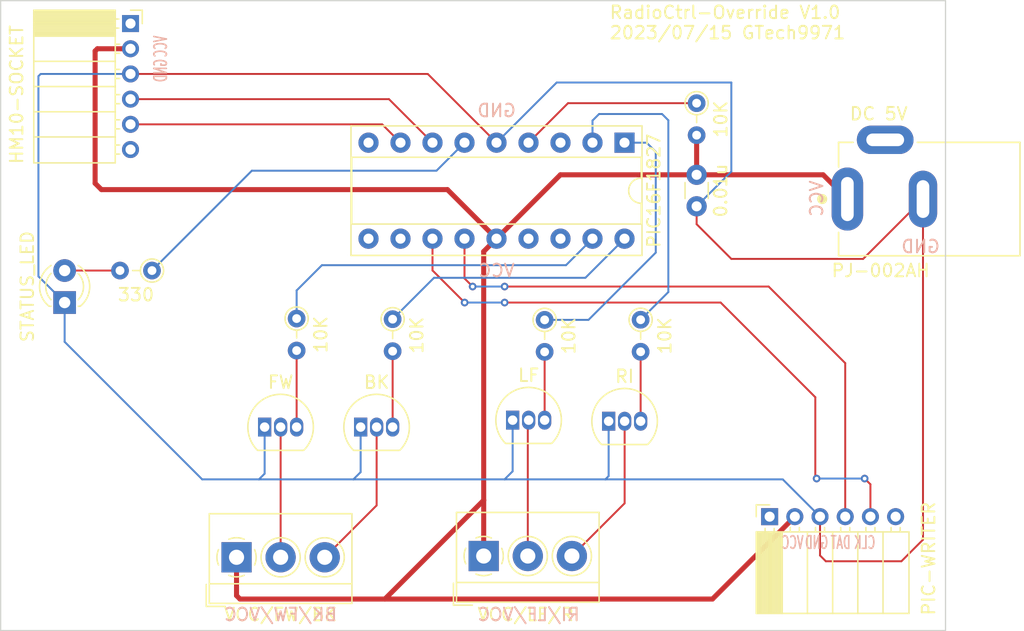
<source format=kicad_pcb>
(kicad_pcb (version 20211014) (generator pcbnew)
  (layers (0 "F.Cu" signal) (31 "B.Cu" signal) (34 "B.Paste" user) (35 "F.Paste" user) (36 "B.SilkS" user "B.Silkscreen") (37 "F.SilkS" user "F.Silkscreen") (38 "B.Mask" user) (39 "F.Mask" user) (44 "Edge.Cuts" user))
  (net 0 "")
  (net 1 "GND")
  (net 2 "VCC")
  (net 3 "Net-(D1-Pad2)")
  (net 4 "FW_GND")
  (net 5 "BK_GND")
  (net 6 "LF_GND")
  (net 7 "RI_GND")
  (net 10 "HM10_TX")
  (net 11 "HM10_RX")
  (net 14 "ICSPDAT")
  (net 15 "ICSPCLK")
  (net 17 "Net-(Q1-Pad3)")
  (net 18 "Net-(Q2-Pad3)")
  (net 19 "Net-(Q3-Pad3)")
  (net 20 "Net-(Q4-Pad3)")
  (net 21 "Net-(R1-Pad1)")
  (net 22 "FW_IN")
  (net 23 "LED_STATUS")
  (net 24 "BK_IN")
  (net 25 "LF_IN")
  (net 26 "RI_IN")
  (footprint "Resistor_THT:R_Axial_DIN0204_L3.6mm_D1.6mm_P2.54mm_Vertical" (layer "F.Cu") (at 185.245 88.14 -90)
    (fp_text reference "10K" (at 1.27 -1.92 90) (layer "F.SilkS"))
    (fp_text value "10K")
    (fp_line (start 0.92 0) (end 1.54 0) (layer "F.SilkS") (width 0.12))
    (fp_circle (center 0 0) (end 0.92 0) (layer "F.SilkS") (width 0.12) (fill none))
    (pad "1" thru_hole circle (at 0 0 270) (size 1.4 1.4) (drill 0.7) (layers *.Cu *.Mask) (net 21 "Net-(R1-Pad1)"))
    (pad "2" thru_hole oval (at 2.54 0 270) (size 1.4 1.4) (drill 0.7) (layers *.Cu *.Mask) (net 2 "VCC"))
  )
  (footprint "TerminalBlock_4Ucon:TerminalBlock_4Ucon_1x03_P3.50mm_Horizontal" (layer "F.Cu") (at 148.725 124.185)
    (fp_text reference "VCC/FW/BK" (at 3.5 4.545) (layer "F.SilkS"))
    (fp_text value "FW/BK/CON")
    (fp_line (start -2.4 3.9) (end -0.9 3.9) (layer "F.SilkS") (width 0.12))
    (fp_line (start -2.16 3.66) (end 9.16 3.66) (layer "F.SilkS") (width 0.12))
    (fp_line (start -2.16 -3.46) (end 9.16 -3.46) (layer "F.SilkS") (width 0.12))
    (fp_line (start -2.4 2.16) (end -2.4 3.9) (layer "F.SilkS") (width 0.12))
    (fp_line (start -2.16 2.1) (end 9.16 2.1) (layer "F.SilkS") (width 0.12))
    (fp_line (start -2.16 -3.46) (end -2.16 3.66) (layer "F.SilkS") (width 0.12))
    (fp_line (start 9.16 -3.46) (end 9.16 3.66) (layer "F.SilkS") (width 0.12))
    (fp_arc (start 0.027011 1.555493) (mid -0.296984 1.527118) (end -0.608 1.432) (layer "F.SilkS") (width 0.12))
    (fp_arc (start 1.432109 -0.607742) (mid 1.555727 0.00014) (end 1.432 0.608) (layer "F.SilkS") (width 0.12))
    (fp_arc (start -0.607742 -1.432109) (mid 0.00014 -1.555727) (end 0.608 -1.432) (layer "F.SilkS") (width 0.12))
    (fp_arc (start 0.607587 1.431385) (mid 0.310017 1.523783) (end 0 1.555) (layer "F.SilkS") (width 0.12))
    (fp_arc (start -1.432109 0.607742) (mid -1.555727 -0.00014) (end -1.432 -0.608) (layer "F.SilkS") (width 0.12))
    (fp_circle (center 7 0) (end 8.555 0) (layer "F.SilkS") (width 0.12) (fill none))
    (fp_circle (center 3.5 0) (end 5.055 0) (layer "F.SilkS") (width 0.12) (fill none))
    (pad "1" thru_hole rect (at 0 0) (size 2.4 2.4) (drill 1.2) (layers *.Cu *.Mask) (net 2 "VCC"))
    (pad "2" thru_hole circle (at 3.5 0) (size 2.4 2.4) (drill 1.2) (layers *.Cu *.Mask) (net 4 "FW_GND"))
    (pad "3" thru_hole circle (at 7 0) (size 2.4 2.4) (drill 1.2) (layers *.Cu *.Mask) (net 5 "BK_GND"))
  )
  (footprint "Resistor_THT:R_Axial_DIN0204_L3.6mm_D1.6mm_P2.54mm_Vertical" (layer "F.Cu") (at 142.015 101.425 180)
    (fp_text reference "330" (at 1.27 -1.92) (layer "F.SilkS"))
    (fp_text value "330")
    (fp_line (start 0.92 0) (end 1.54 0) (layer "F.SilkS") (width 0.12))
    (fp_circle (center 0 0) (end 0.92 0) (layer "F.SilkS") (width 0.12) (fill none))
    (pad "1" thru_hole circle (at 0 0 180) (size 1.4 1.4) (drill 0.7) (layers *.Cu *.Mask) (net 23 "LED_STATUS"))
    (pad "2" thru_hole oval (at 2.54 0 180) (size 1.4 1.4) (drill 0.7) (layers *.Cu *.Mask) (net 3 "Net-(D1-Pad2)"))
  )
  (footprint "Resistor_THT:R_Axial_DIN0204_L3.6mm_D1.6mm_P2.54mm_Vertical" (layer "F.Cu") (at 173.18 105.34 -90)
    (fp_text reference "10K" (at 1.27 -1.92 90) (layer "F.SilkS"))
    (fp_text value "10K")
    (fp_line (start 0.92 0) (end 1.54 0) (layer "F.SilkS") (width 0.12))
    (fp_circle (center 0 0) (end 0.92 0) (layer "F.SilkS") (width 0.12) (fill none))
    (pad "1" thru_hole circle (at 0 0 270) (size 1.4 1.4) (drill 0.7) (layers *.Cu *.Mask) (net 25 "LF_IN"))
    (pad "2" thru_hole oval (at 2.54 0 270) (size 1.4 1.4) (drill 0.7) (layers *.Cu *.Mask) (net 19 "Net-(Q3-Pad3)"))
  )
  (footprint "Connector_PinSocket_2.00mm:PinSocket_1x06_P2.00mm_Horizontal" (layer "F.Cu") (at 140.31 81.82)
    (fp_text reference "HM10-SOCKET" (at -9.04 5.635 90) (layer "F.SilkS"))
    (fp_text value "HM10")
    (fp_line (start -7.68 1) (end -1.21 1) (layer "F.SilkS") (width 0.12))
    (fp_line (start -1.21 2.36) (end -0.862917 2.36) (layer "F.SilkS") (width 0.12))
    (fp_line (start -7.68 11.06) (end -1.21 11.06) (layer "F.SilkS") (width 0.12))
    (fp_line (start -7.68 0.77177) (end -1.21 0.77177) (layer "F.SilkS") (width 0.12))
    (fp_line (start -7.68 0.429416) (end -1.21 0.429416) (layer "F.SilkS") (width 0.12))
    (fp_line (start -7.68 -1.06) (end -1.21 -1.06) (layer "F.SilkS") (width 0.12))
    (fp_line (start -7.68 5) (end -1.21 5) (layer "F.SilkS") (width 0.12))
    (fp_line (start -7.68 0.087062) (end -1.21 0.087062) (layer "F.SilkS") (width 0.12))
    (fp_line (start -7.68 -0.36941) (end -1.21 -0.36941) (layer "F.SilkS") (width 0.12))
    (fp_line (start 0 -1.06) (end 0.935 -1.06) (layer "F.SilkS") (width 0.12))
    (fp_line (start -7.68 -0.141174) (end -1.21 -0.141174) (layer "F.SilkS") (width 0.12))
    (fp_line (start -1.21 -1.06) (end -1.21 11.06) (layer "F.SilkS") (width 0.12))
    (fp_line (start -1.21 4.36) (end -0.862917 4.36) (layer "F.SilkS") (width 0.12))
    (fp_line (start -1.21 -0.36) (end -0.935 -0.36) (layer "F.SilkS") (width 0.12))
    (fp_line (start -7.68 -1.06) (end -7.68 11.06) (layer "F.SilkS") (width 0.12))
    (fp_line (start -1.21 8.36) (end -0.862917 8.36) (layer "F.SilkS") (width 0.12))
    (fp_line (start 0.935 -1.06) (end 0.935 0) (layer "F.SilkS") (width 0.12))
    (fp_line (start -7.68 0.20118) (end -1.21 0.20118) (layer "F.SilkS") (width 0.12))
    (fp_line (start -1.21 6.36) (end -0.862917 6.36) (layer "F.SilkS") (width 0.12))
    (fp_line (start -7.68 -0.825882) (end -1.21 -0.825882) (layer "F.SilkS") (width 0.12))
    (fp_line (start -7.68 -0.255292) (end -1.21 -0.255292) (layer "F.SilkS") (width 0.12))
    (fp_line (start -7.68 0.315298) (end -1.21 0.315298) (layer "F.SilkS") (width 0.12))
    (fp_line (start -7.68 0.543534) (end -1.21 0.543534) (layer "F.SilkS") (width 0.12))
    (fp_line (start -7.68 -0.483528) (end -1.21 -0.483528) (layer "F.SilkS") (width 0.12))
    (fp_line (start -7.68 0.657652) (end -1.21 0.657652) (layer "F.SilkS") (width 0.12))
    (fp_line (start -7.68 7) (end -1.21 7) (layer "F.SilkS") (width 0.12))
    (fp_line (start -7.68 -0.94) (end -1.21 -0.94) (layer "F.SilkS") (width 0.12))
    (fp_line (start -1.21 9.64) (end -0.862917 9.64) (layer "F.SilkS") (width 0.12))
    (fp_line (start -7.68 -0.027056) (end -1.21 -0.027056) (layer "F.SilkS") (width 0.12))
    (fp_line (start -7.68 -0.597646) (end -1.21 -0.597646) (layer "F.SilkS") (width 0.12))
    (fp_line (start -7.68 -0.711764) (end -1.21 -0.711764) (layer "F.SilkS") (width 0.12))
    (fp_line (start -1.21 10.36) (end -0.862917 10.36) (layer "F.SilkS") (width 0.12))
    (fp_line (start -7.68 0.885888) (end -1.21 0.885888) (layer "F.SilkS") (width 0.12))
    (fp_line (start -7.68 3) (end -1.21 3) (layer "F.SilkS") (width 0.12))
    (fp_line (start -1.21 3.64) (end -0.862917 3.64) (layer "F.SilkS") (width 0.12))
    (fp_line (start -1.21 0.36) (end -0.935 0.36) (layer "F.SilkS") (width 0.12))
    (fp_line (start -1.21 1.64) (end -0.862917 1.64) (layer "F.SilkS") (width 0.12))
    (fp_line (start -1.21 5.64) (end -0.862917 5.64) (layer "F.SilkS") (width 0.12))
    (fp_line (start -1.21 7.64) (end -0.862917 7.64) (layer "F.SilkS") (width 0.12))
    (fp_line (start -7.68 9) (end -1.21 9) (layer "F.SilkS") (width 0.12))
    (pad "1" thru_hole rect (at 0 0) (size 1.35 1.35) (drill 0.8) (layers *.Cu *.Mask))
    (pad "2" thru_hole oval (at 0 2) (size 1.35 1.35) (drill 0.8) (layers *.Cu *.Mask) (net 2 "VCC"))
    (pad "3" thru_hole oval (at 0 4) (size 1.35 1.35) (drill 0.8) (layers *.Cu *.Mask) (net 1 "GND"))
    (pad "4" thru_hole oval (at 0 6) (size 1.35 1.35) (drill 0.8) (layers *.Cu *.Mask) (net 10 "HM10_TX"))
    (pad "5" thru_hole oval (at 0 8) (size 1.35 1.35) (drill 0.8) (layers *.Cu *.Mask) (net 11 "HM10_RX"))
    (pad "6" thru_hole oval (at 0 10) (size 1.35 1.35) (drill 0.8) (layers *.Cu *.Mask))
  )
  (footprint "Resistor_THT:R_Axial_DIN0204_L3.6mm_D1.6mm_P2.54mm_Vertical" (layer "F.Cu") (at 161.115 105.285 -90)
    (fp_text reference "10K" (at 1.27 -1.92 90) (layer "F.SilkS"))
    (fp_text value "10K")
    (fp_line (start 0.92 0) (end 1.54 0) (layer "F.SilkS") (width 0.12))
    (fp_circle (center 0 0) (end 0.92 0) (layer "F.SilkS") (width 0.12) (fill none))
    (pad "1" thru_hole circle (at 0 0 270) (size 1.4 1.4) (drill 0.7) (layers *.Cu *.Mask) (net 24 "BK_IN"))
    (pad "2" thru_hole oval (at 2.54 0 270) (size 1.4 1.4) (drill 0.7) (layers *.Cu *.Mask) (net 18 "Net-(Q2-Pad3)"))
  )
  (footprint "Resistor_THT:R_Axial_DIN0204_L3.6mm_D1.6mm_P2.54mm_Vertical" (layer "F.Cu") (at 153.495 105.235 -90)
    (fp_text reference "10K" (at 1.27 -1.92 90) (layer "F.SilkS"))
    (fp_text value "10K")
    (fp_line (start 0.92 0) (end 1.54 0) (layer "F.SilkS") (width 0.12))
    (fp_circle (center 0 0) (end 0.92 0) (layer "F.SilkS") (width 0.12) (fill none))
    (pad "1" thru_hole circle (at 0 0 270) (size 1.4 1.4) (drill 0.7) (layers *.Cu *.Mask) (net 22 "FW_IN"))
    (pad "2" thru_hole oval (at 2.54 0 270) (size 1.4 1.4) (drill 0.7) (layers *.Cu *.Mask) (net 17 "Net-(Q1-Pad3)"))
  )
  (footprint "Package_DIP:DIP-18_W7.62mm_Socket" (layer "F.Cu") (at 179.52 91.275 -90)
    (fp_text reference "PIC16F1827" (at 3.81 -2.33 90) (layer "F.SilkS"))
    (fp_text value "PIC16F1827-E/P")
    (fp_line (start 1.16 21.65) (end 6.46 21.65) (layer "F.SilkS") (width 0.12))
    (fp_line (start -1.33 -1.39) (end -1.33 21.71) (layer "F.SilkS") (width 0.12))
    (fp_line (start 8.95 21.71) (end 8.95 -1.39) (layer "F.SilkS") (width 0.12))
    (fp_line (start 6.46 21.65) (end 6.46 -1.33) (layer "F.SilkS") (width 0.12))
    (fp_line (start 1.16 -1.33) (end 1.16 21.65) (layer "F.SilkS") (width 0.12))
    (fp_line (start 2.81 -1.33) (end 1.16 -1.33) (layer "F.SilkS") (width 0.12))
    (fp_line (start 8.95 -1.39) (end -1.33 -1.39) (layer "F.SilkS") (width 0.12))
    (fp_line (start 6.46 -1.33) (end 4.81 -1.33) (layer "F.SilkS") (width 0.12))
    (fp_line (start -1.33 21.71) (end 8.95 21.71) (layer "F.SilkS") (width 0.12))
    (fp_arc (start 4.81 -1.33) (mid 3.81 -0.33) (end 2.81 -1.33) (layer "F.SilkS") (width 0.12))
    (pad "1" thru_hole rect (at 0 0 270) (size 1.6 1.6) (drill 0.8) (layers *.Cu *.Mask) (net 25 "LF_IN"))
    (pad "2" thru_hole oval (at 0 2.54 270) (size 1.6 1.6) (drill 0.8) (layers *.Cu *.Mask) (net 26 "RI_IN"))
    (pad "3" thru_hole oval (at 0 5.08 270) (size 1.6 1.6) (drill 0.8) (layers *.Cu *.Mask))
    (pad "4" thru_hole oval (at 0 7.62 270) (size 1.6 1.6) (drill 0.8) (layers *.Cu *.Mask) (net 21 "Net-(R1-Pad1)"))
    (pad "5" thru_hole oval (at 0 10.16 270) (size 1.6 1.6) (drill 0.8) (layers *.Cu *.Mask) (net 1 "GND"))
    (pad "6" thru_hole oval (at 0 12.7 270) (size 1.6 1.6) (drill 0.8) (layers *.Cu *.Mask) (net 23 "LED_STATUS"))
    (pad "7" thru_hole oval (at 0 15.24 270) (size 1.6 1.6) (drill 0.8) (layers *.Cu *.Mask) (net 10 "HM10_TX"))
    (pad "8" thru_hole oval (at 0 17.78 270) (size 1.6 1.6) (drill 0.8) (layers *.Cu *.Mask) (net 11 "HM10_RX"))
    (pad "9" thru_hole oval (at 0 20.32 270) (size 1.6 1.6) (drill 0.8) (layers *.Cu *.Mask))
    (pad "10" thru_hole oval (at 7.62 20.32 270) (size 1.6 1.6) (drill 0.8) (layers *.Cu *.Mask))
    (pad "11" thru_hole oval (at 7.62 17.78 270) (size 1.6 1.6) (drill 0.8) (layers *.Cu *.Mask))
    (pad "12" thru_hole oval (at 7.62 15.24 270) (size 1.6 1.6) (drill 0.8) (layers *.Cu *.Mask) (net 15 "ICSPCLK"))
    (pad "13" thru_hole oval (at 7.62 12.7 270) (size 1.6 1.6) (drill 0.8) (layers *.Cu *.Mask) (net 14 "ICSPDAT"))
    (pad "14" thru_hole oval (at 7.62 10.16 270) (size 1.6 1.6) (drill 0.8) (layers *.Cu *.Mask) (net 2 "VCC"))
    (pad "15" thru_hole oval (at 7.62 7.62 270) (size 1.6 1.6) (drill 0.8) (layers *.Cu *.Mask))
    (pad "16" thru_hole oval (at 7.62 5.08 270) (size 1.6 1.6) (drill 0.8) (layers *.Cu *.Mask))
    (pad "17" thru_hole oval (at 7.62 2.54 270) (size 1.6 1.6) (drill 0.8) (layers *.Cu *.Mask) (net 22 "FW_IN"))
    (pad "18" thru_hole oval (at 7.62 0 270) (size 1.6 1.6) (drill 0.8) (layers *.Cu *.Mask) (net 24 "BK_IN"))
  )
  (footprint "Connector_PinSocket_2.00mm:PinSocket_1x06_P2.00mm_Horizontal" (layer "F.Cu") (at 191.04 120.96 90)
    (fp_text reference "PIC-WRITER" (at -3.325 12.62 90) (layer "F.SilkS"))
    (fp_text value "WRITER")
    (fp_line (start -7.68 0.315298) (end -1.21 0.315298) (layer "F.SilkS") (width 0.12))
    (fp_line (start -7.68 -0.711764) (end -1.21 -0.711764) (layer "F.SilkS") (width 0.12))
    (fp_line (start -7.68 -0.94) (end -1.21 -0.94) (layer "F.SilkS") (width 0.12))
    (fp_line (start -7.68 11.06) (end -1.21 11.06) (layer "F.SilkS") (width 0.12))
    (fp_line (start -1.21 5.64) (end -0.862917 5.64) (layer "F.SilkS") (width 0.12))
    (fp_line (start -7.68 9) (end -1.21 9) (layer "F.SilkS") (width 0.12))
    (fp_line (start -1.21 2.36) (end -0.862917 2.36) (layer "F.SilkS") (width 0.12))
    (fp_line (start -7.68 3) (end -1.21 3) (layer "F.SilkS") (width 0.12))
    (fp_line (start -1.21 8.36) (end -0.862917 8.36) (layer "F.SilkS") (width 0.12))
    (fp_line (start -7.68 0.77177) (end -1.21 0.77177) (layer "F.SilkS") (width 0.12))
    (fp_line (start -7.68 0.429416) (end -1.21 0.429416) (layer "F.SilkS") (width 0.12))
    (fp_line (start -7.68 -0.36941) (end -1.21 -0.36941) (layer "F.SilkS") (width 0.12))
    (fp_line (start -1.21 -0.36) (end -0.935 -0.36) (layer "F.SilkS") (width 0.12))
    (fp_line (start -7.68 -0.597646) (end -1.21 -0.597646) (layer "F.SilkS") (width 0.12))
    (fp_line (start -7.68 -0.825882) (end -1.21 -0.825882) (layer "F.SilkS") (width 0.12))
    (fp_line (start -7.68 -0.141174) (end -1.21 -0.141174) (layer "F.SilkS") (width 0.12))
    (fp_line (start -7.68 1) (end -1.21 1) (layer "F.SilkS") (width 0.12))
    (fp_line (start -7.68 0.087062) (end -1.21 0.087062) (layer "F.SilkS") (width 0.12))
    (fp_line (start -1.21 7.64) (end -0.862917 7.64) (layer "F.SilkS") (width 0.12))
    (fp_line (start -7.68 -0.483528) (end -1.21 -0.483528) (layer "F.SilkS") (width 0.12))
    (fp_line (start -1.21 1.64) (end -0.862917 1.64) (layer "F.SilkS") (width 0.12))
    (fp_line (start 0 -1.06) (end 0.935 -1.06) (layer "F.SilkS") (width 0.12))
    (fp_line (start -7.68 -1.06) (end -1.21 -1.06) (layer "F.SilkS") (width 0.12))
    (fp_line (start -7.68 -0.255292) (end -1.21 -0.255292) (layer "F.SilkS") (width 0.12))
    (fp_line (start -1.21 6.36) (end -0.862917 6.36) (layer "F.SilkS") (width 0.12))
    (fp_line (start -7.68 0.543534) (end -1.21 0.543534) (layer "F.SilkS") (width 0.12))
    (fp_line (start 0.935 -1.06) (end 0.935 0) (layer "F.SilkS") (width 0.12))
    (fp_line (start -1.21 3.64) (end -0.862917 3.64) (layer "F.SilkS") (width 0.12))
    (fp_line (start -1.21 9.64) (end -0.862917 9.64) (layer "F.SilkS") (width 0.12))
    (fp_line (start -1.21 10.36) (end -0.862917 10.36) (layer "F.SilkS") (width 0.12))
    (fp_line (start -7.68 0.20118) (end -1.21 0.20118) (layer "F.SilkS") (width 0.12))
    (fp_line (start -1.21 4.36) (end -0.862917 4.36) (layer "F.SilkS") (width 0.12))
    (fp_line (start -7.68 5) (end -1.21 5) (layer "F.SilkS") (width 0.12))
    (fp_line (start -1.21 0.36) (end -0.935 0.36) (layer "F.SilkS") (width 0.12))
    (fp_line (start -7.68 -0.027056) (end -1.21 -0.027056) (layer "F.SilkS") (width 0.12))
    (fp_line (start -7.68 0.657652) (end -1.21 0.657652) (layer "F.SilkS") (width 0.12))
    (fp_line (start -7.68 -1.06) (end -7.68 11.06) (layer "F.SilkS") (width 0.12))
    (fp_line (start -7.68 0.885888) (end -1.21 0.885888) (layer "F.SilkS") (width 0.12))
    (fp_line (start -1.21 -1.06) (end -1.21 11.06) (layer "F.SilkS") (width 0.12))
    (fp_line (start -7.68 7) (end -1.21 7) (layer "F.SilkS") (width 0.12))
    (pad "1" thru_hole rect (at 0 0 90) (size 1.35 1.35) (drill 0.8) (layers *.Cu *.Mask))
    (pad "2" thru_hole oval (at 0 2 90) (size 1.35 1.35) (drill 0.8) (layers *.Cu *.Mask) (net 2 "VCC"))
    (pad "3" thru_hole oval (at 0 4 90) (size 1.35 1.35) (drill 0.8) (layers *.Cu *.Mask) (net 1 "GND"))
    (pad "4" thru_hole oval (at 0 6 90) (size 1.35 1.35) (drill 0.8) (layers *.Cu *.Mask) (net 14 "ICSPDAT"))
    (pad "5" thru_hole oval (at 0 8 90) (size 1.35 1.35) (drill 0.8) (layers *.Cu *.Mask) (net 15 "ICSPCLK"))
    (pad "6" thru_hole oval (at 0 10 90) (size 1.35 1.35) (drill 0.8) (layers *.Cu *.Mask))
  )
  (footprint "Package_TO_SOT_THT:TO-92_Inline" (layer "F.Cu") (at 158.575 113.85)
    (fp_text reference "BK" (at 1.27 -3.56) (layer "F.SilkS"))
    (fp_text value "2SC1815")
    (fp_line (start -0.53 1.85) (end 3.07 1.85) (layer "F.SilkS") (width 0.12))
    (fp_arc (start -0.568478 1.838478) (mid -1.132087 -0.994977) (end 1.27 -2.6) (layer "F.SilkS") (width 0.12))
    (fp_arc (start 1.27 -2.6) (mid 3.672087 -0.994977) (end 3.108478 1.838478) (layer "F.SilkS") (width 0.12))
    (pad "1" thru_hole rect (at 0 0) (size 1.05 1.5) (drill 0.75) (layers *.Cu *.Mask) (net 1 "GND"))
    (pad "2" thru_hole oval (at 1.27 0) (size 1.05 1.5) (drill 0.75) (layers *.Cu *.Mask) (net 5 "BK_GND"))
    (pad "3" thru_hole oval (at 2.54 0) (size 1.05 1.5) (drill 0.75) (layers *.Cu *.Mask) (net 18 "Net-(Q2-Pad3)"))
  )
  (footprint "Capacitor_THT:C_Disc_D3.0mm_W1.6mm_P2.50mm" (layer "F.Cu") (at 185.245 96.325 90)
    (fp_text reference "0.01u" (at 1.25 1.905 90) (layer "F.SilkS"))
    (fp_text value "0.01u")
    (fp_line (start 0.621 -0.92) (end 1.879 -0.92) (layer "F.SilkS") (width 0.12))
    (fp_line (start 0.621 0.92) (end 1.879 0.92) (layer "F.SilkS") (width 0.12))
    (pad "1" thru_hole circle (at 0 0 90) (size 1.6 1.6) (drill 0.8) (layers *.Cu *.Mask) (net 1 "GND"))
    (pad "2" thru_hole circle (at 2.5 0 90) (size 1.6 1.6) (drill 0.8) (layers *.Cu *.Mask) (net 2 "VCC"))
  )
  (footprint "TerminalBlock_4Ucon:TerminalBlock_4Ucon_1x03_P3.50mm_Horizontal" (layer "F.Cu") (at 168.3435 124.0845)
    (fp_text reference "VCC/LF/RI" (at 3.5665 4.6455) (layer "F.SilkS"))
    (fp_text value "LF/RI/CON")
    (fp_line (start -2.16 -3.46) (end -2.16 3.66) (layer "F.SilkS") (width 0.12))
    (fp_line (start -2.16 3.66) (end 9.16 3.66) (layer "F.SilkS") (width 0.12))
    (fp_line (start -2.16 -3.46) (end 9.16 -3.46) (layer "F.SilkS") (width 0.12))
    (fp_line (start -2.4 2.16) (end -2.4 3.9) (layer "F.SilkS") (width 0.12))
    (fp_line (start -2.16 2.1) (end 9.16 2.1) (layer "F.SilkS") (width 0.12))
    (fp_line (start -2.4 3.9) (end -0.9 3.9) (layer "F.SilkS") (width 0.12))
    (fp_line (start 9.16 -3.46) (end 9.16 3.66) (layer "F.SilkS") (width 0.12))
    (fp_arc (start -1.432109 0.607742) (mid -1.555727 -0.00014) (end -1.432 -0.608) (layer "F.SilkS") (width 0.12))
    (fp_arc (start 0.027011 1.555493) (mid -0.296984 1.527118) (end -0.608 1.432) (layer "F.SilkS") (width 0.12))
    (fp_arc (start 0.607587 1.431385) (mid 0.310017 1.523783) (end 0 1.555) (layer "F.SilkS") (width 0.12))
    (fp_arc (start 1.432109 -0.607742) (mid 1.555727 0.00014) (end 1.432 0.608) (layer "F.SilkS") (width 0.12))
    (fp_arc (start -0.607742 -1.432109) (mid 0.00014 -1.555727) (end 0.608 -1.432) (layer "F.SilkS") (width 0.12))
    (fp_circle (center 3.5 0) (end 5.055 0) (layer "F.SilkS") (width 0.12) (fill none))
    (fp_circle (center 7 0) (end 8.555 0) (layer "F.SilkS") (width 0.12) (fill none))
    (pad "1" thru_hole rect (at 0 0) (size 2.4 2.4) (drill 1.2) (layers *.Cu *.Mask) (net 2 "VCC"))
    (pad "2" thru_hole circle (at 3.5 0) (size 2.4 2.4) (drill 1.2) (layers *.Cu *.Mask) (net 6 "LF_GND"))
    (pad "3" thru_hole circle (at 7 0) (size 2.4 2.4) (drill 1.2) (layers *.Cu *.Mask) (net 7 "RI_GND"))
  )
  (footprint "MountingHole:MountingHole_3.2mm_M3" (layer "F.Cu") (at 201.12 84)
    (fp_text reference "MH2" hide)
    (fp_text value "MountingHole_3.2mm_M3" hide)
    (pad "" np_thru_hole circle locked (at 0 0) (size 3.2 3.2) (drill 3.2) (layers *.Cu *.Mask))
  )
  (footprint "MountingHole:MountingHole_3.2mm_M3" (layer "F.Cu") (at 133.81 126.19)
    (fp_text reference "MH1" hide)
    (fp_text value "MountingHole_3.2mm_M3" hide)
    (pad "" np_thru_hole circle (at 0 0) (size 3.2 3.2) (drill 3.2) (layers F&B.Cu *.Mask))
  )
  (footprint "LED_THT:LED_D3.0mm" (layer "F.Cu") (at 135.08 103.965 90)
    (fp_text reference "STATUS_LED" (at 1.27 -2.96 90) (layer "F.SilkS"))
    (fp_text value "LED_FW")
    (fp_line (start -0.29 -1.236) (end -0.29 -1.08) (layer "F.SilkS") (width 0.12))
    (fp_line (start -0.29 1.08) (end -0.29 1.236) (layer "F.SilkS") (width 0.12))
    (fp_arc (start -0.29 -1.235516) (mid 1.366487 -1.987659) (end 2.942335 -1.078608) (layer "F.SilkS") (width 0.12))
    (fp_arc (start 2.942335 1.078608) (mid 1.366487 1.987659) (end -0.29 1.235516) (layer "F.SilkS") (width 0.12))
    (fp_arc (start 0.229039 -1.08) (mid 1.270117 -1.5) (end 2.31113 -1.079837) (layer "F.SilkS") (width 0.12))
    (fp_arc (start 2.31113 1.079837) (mid 1.270117 1.5) (end 0.229039 1.08) (layer "F.SilkS") (width 0.12))
    (pad "1" thru_hole rect (at 0 0 90) (size 1.8 1.8) (drill 0.9) (layers *.Cu *.Mask) (net 1 "GND"))
    (pad "2" thru_hole circle (at 2.54 0 90) (size 1.8 1.8) (drill 0.9) (layers *.Cu *.Mask) (net 3 "Net-(D1-Pad2)"))
  )
  (footprint "Package_TO_SOT_THT:TO-92_Inline" (layer "F.Cu") (at 178.26 113.385)
    (fp_text reference "RI" (at 1.27 -3.56) (layer "F.SilkS"))
    (fp_text value "2SC1815")
    (fp_line (start -0.53 1.85) (end 3.07 1.85) (layer "F.SilkS") (width 0.12))
    (fp_arc (start 1.27 -2.6) (mid 3.672087 -0.994977) (end 3.108478 1.838478) (layer "F.SilkS") (width 0.12))
    (fp_arc (start -0.568478 1.838478) (mid -1.132087 -0.994977) (end 1.27 -2.6) (layer "F.SilkS") (width 0.12))
    (pad "1" thru_hole rect (at 0 0) (size 1.05 1.5) (drill 0.75) (layers *.Cu *.Mask) (net 1 "GND"))
    (pad "2" thru_hole oval (at 1.27 0) (size 1.05 1.5) (drill 0.75) (layers *.Cu *.Mask) (net 7 "RI_GND"))
    (pad "3" thru_hole oval (at 2.54 0) (size 1.05 1.5) (drill 0.75) (layers *.Cu *.Mask) (net 20 "Net-(Q4-Pad3)"))
  )
  (footprint "Package_TO_SOT_THT:TO-92_Inline" (layer "F.Cu") (at 170.64 113.3)
    (fp_text reference "LF" (at 1.27 -3.56) (layer "F.SilkS"))
    (fp_text value "2SC1815")
    (fp_line (start -0.53 1.85) (end 3.07 1.85) (layer "F.SilkS") (width 0.12))
    (fp_arc (start -0.568478 1.838478) (mid -1.132087 -0.994977) (end 1.27 -2.6) (layer "F.SilkS") (width 0.12))
    (fp_arc (start 1.27 -2.6) (mid 3.672087 -0.994977) (end 3.108478 1.838478) (layer "F.SilkS") (width 0.12))
    (pad "1" thru_hole rect (at 0 0) (size 1.05 1.5) (drill 0.75) (layers *.Cu *.Mask) (net 1 "GND"))
    (pad "2" thru_hole oval (at 1.27 0) (size 1.05 1.5) (drill 0.75) (layers *.Cu *.Mask) (net 6 "LF_GND"))
    (pad "3" thru_hole oval (at 2.54 0) (size 1.05 1.5) (drill 0.75) (layers *.Cu *.Mask) (net 19 "Net-(Q3-Pad3)"))
  )
  (footprint "Resistor_THT:R_Axial_DIN0204_L3.6mm_D1.6mm_P2.54mm_Vertical" (layer "F.Cu") (at 180.8 105.33 -90)
    (fp_text reference "10K" (at 1.27 -1.92 90) (layer "F.SilkS"))
    (fp_text value "10K")
    (fp_line (start 0.92 0) (end 1.54 0) (layer "F.SilkS") (width 0.12))
    (fp_circle (center 0 0) (end 0.92 0) (layer "F.SilkS") (width 0.12) (fill none))
    (pad "1" thru_hole circle (at 0 0 270) (size 1.4 1.4) (drill 0.7) (layers *.Cu *.Mask) (net 26 "RI_IN"))
    (pad "2" thru_hole oval (at 2.54 0 270) (size 1.4 1.4) (drill 0.7) (layers *.Cu *.Mask) (net 20 "Net-(Q4-Pad3)"))
  )
  (footprint "PJ-002AH:CUI_PJ-002AH" (layer "F.Cu") (at 197.2125 95.75)
    (fp_text reference "DC 5V" (at 2.485118 -6.76532) (layer "F.SilkS") (effects (font (size 1.000047 1.000047))))
    (fp_text value "PJ-002AH")
    (fp_line (start -0.7 4.5) (end -0.7 2.65) (layer "F.SilkS") (width 0.127))
    (fp_line (start -0.7 -4.5) (end 0.45 -4.5) (layer "F.SilkS") (width 0.127))
    (fp_line (start -0.7 -2.55) (end -0.7 -4.5) (layer "F.SilkS") (width 0.127))
    (fp_line (start 5.55 -4.5) (end 13.7 -4.5) (layer "F.SilkS") (width 0.127))
    (fp_line (start 13.7 -4.5) (end 13.7 4.5) (layer "F.SilkS") (width 0.127))
    (fp_line (start 13.7 4.5) (end -0.7 4.5) (layer "F.SilkS") (width 0.127))
    (fp_circle (center -2 0) (end -1.8 0) (layer "F.SilkS") (width 0.4) (fill none))
    (pad "1" thru_hole oval locked (at 0 0) (size 2.5 5) (drill oval 1 3.5) (layers *.Cu *.Mask) (net 2 "VCC"))
    (pad "2" thru_hole oval locked (at 6 0) (size 2.25 4.5) (drill oval 1 3) (layers *.Cu *.Mask) (net 1 "GND"))
    (pad "3" thru_hole oval locked (at 3 -4.7) (size 4.5 2.25) (drill oval 3 1) (layers *.Cu *.Mask))
  )
  (footprint "Package_TO_SOT_THT:TO-92_Inline" (layer "F.Cu") (at 150.955 113.85)
    (fp_text reference "FW" (at 1.27 -3.56) (layer "F.SilkS"))
    (fp_text value "2SC1815")
    (fp_line (start -0.53 1.85) (end 3.07 1.85) (layer "F.SilkS") (width 0.12))
    (fp_arc (start -0.568478 1.838478) (mid -1.132087 -0.994977) (end 1.27 -2.6) (layer "F.SilkS") (width 0.12))
    (fp_arc (start 1.27 -2.6) (mid 3.672087 -0.994977) (end 3.108478 1.838478) (layer "F.SilkS") (width 0.12))
    (pad "1" thru_hole rect (at 0 0) (size 1.05 1.5) (drill 0.75) (layers *.Cu *.Mask) (net 1 "GND"))
    (pad "2" thru_hole oval (at 1.27 0) (size 1.05 1.5) (drill 0.75) (layers *.Cu *.Mask) (net 4 "FW_GND"))
    (pad "3" thru_hole oval (at 2.54 0) (size 1.05 1.5) (drill 0.75) (layers *.Cu *.Mask) (net 17 "Net-(Q1-Pad3)"))
  )
  (gr_rect locked (start 130 130) (end 205 80) (layer "Edge.Cuts") (width 0.1) (fill none))
  (gr_text "BK/FW/VCC" (at 152.225 128.73) (layer "B.SilkS") (effects (font (size 1 1)) (justify mirror)))
  (gr_text "GND" (at 169.37 88.725) (layer "B.SilkS") (effects (font (size 1 1)) (justify mirror)))
  (gr_text "GND" (at 142.7 85.55 90) (layer "B.SilkS") (effects (font (size 1 0.6) (thickness 0.125)) (justify mirror)))
  (gr_text "GND" (at 203.025 99.52) (layer "B.SilkS") (effects (font (size 1 1)) (justify mirror)))
  (gr_text "VCC" (at 142.7 83.645 90) (layer "B.SilkS") (effects (font (size 1 0.6) (thickness 0.125)) (justify mirror)))
  (gr_text "VCC" (at 192.865 123.015) (layer "B.SilkS") (effects (font (size 1 0.6) (thickness 0.125)) (justify mirror)))
  (gr_text "GND" (at 194.77 123.015) (layer "B.SilkS") (effects (font (size 1 0.6) (thickness 0.125)) (justify mirror)))
  (gr_text "VCC" (at 169.37 101.425) (layer "B.SilkS") (effects (font (size 1 1)) (justify mirror)))
  (gr_text "VCC" (at 194.77 95.71 90) (layer "B.SilkS") (effects (font (size 1 1)) (justify mirror)))
  (gr_text "CLK" (at 198.58 123.015) (layer "B.SilkS") (effects (font (size 1 0.6) (thickness 0.125)) (justify mirror)))
  (gr_text "DAT" (at 196.675 123.015) (layer "B.SilkS") (effects (font (size 1 0.6) (thickness 0.125)) (justify mirror)))
  (gr_text "RI/LF/VCC" (at 171.91 128.73) (layer "B.SilkS") (effects (font (size 1 1)) (justify mirror)))
  (gr_text "RadioCtrl-Override V1.0\n2023/07/15 GTech9971" (at 178.26 81.74) (layer "F.SilkS") (effects (font (size 1 1)) (justify left)))
  (gr_text "PJ-002AH" (at 199.85 101.425) (layer "F.SilkS") (effects (font (size 1.000047 1.000047))))
  (segment (start 140.31 85.82) (end 163.905 85.82) (width 0.1524) (layer "F.Cu") (net 1))
  (segment (start 188 100.5) (end 198.4625 100.5) (width 0.1524) (layer "F.Cu") (net 1))
  (segment (start 195.04 124.04) (end 195.5 124.5) (width 0.1524) (layer "F.Cu") (net 1))
  (segment (start 203.2125 122.7875) (end 203.2125 95.75) (width 0.1524) (layer "F.Cu") (net 1))
  (segment (start 198.4625 100.5) (end 203.2125 95.75) (width 0.1524) (layer "F.Cu") (net 1))
  (segment (start 163.905 85.82) (end 169.36 91.275) (width 0.1524) (layer "F.Cu") (net 1))
  (segment (start 195.04 120.96) (end 195.04 124.04) (width 0.1524) (layer "F.Cu") (net 1))
  (segment (start 195.5 124.5) (end 201.5 124.5) (width 0.1524) (layer "F.Cu") (net 1))
  (segment (start 201.5 124.5) (end 203.2125 122.7875) (width 0.1524) (layer "F.Cu") (net 1))
  (segment (start 185.245 96.325) (end 185.245 97.745) (width 0.1524) (layer "F.Cu") (net 1))
  (segment (start 185.245 97.745) (end 188 100.5) (width 0.1524) (layer "F.Cu") (net 1))
  (segment (start 169.36 91.275) (end 174.135 86.5) (width 0.1524) (layer "B.Cu") (net 1))
  (segment (start 150.5 118) (end 158 118) (width 0.1524) (layer "B.Cu") (net 1))
  (segment (start 192.08 118) (end 195.04 120.96) (width 0.1524) (layer "B.Cu") (net 1))
  (segment (start 140.31 85.82) (end 133.18 85.82) (width 0.1524) (layer "B.Cu") (net 1))
  (segment (start 170.64 117.36) (end 170 118) (width 0.1524) (layer "B.Cu") (net 1))
  (segment (start 133.18 85.82) (end 133 86) (width 0.1524) (layer "B.Cu") (net 1))
  (segment (start 178.26 113.385) (end 178.26 117.74) (width 0.1524) (layer "B.Cu") (net 1))
  (segment (start 133 86) (end 133 101.885) (width 0.1524) (layer "B.Cu") (net 1))
  (segment (start 158.575 113.85) (end 158.575 117.425) (width 0.1524) (layer "B.Cu") (net 1))
  (segment (start 188 93.57) (end 185.245 96.325) (width 0.1524) (layer "B.Cu") (net 1))
  (segment (start 158 118) (end 170 118) (width 0.1524) (layer "B.Cu") (net 1))
  (segment (start 158.575 117.425) (end 158 118) (width 0.1524) (layer "B.Cu") (net 1))
  (segment (start 174.135 86.5) (end 188 86.5) (width 0.1524) (layer "B.Cu") (net 1))
  (segment (start 188 86.5) (end 188 93.57) (width 0.1524) (layer "B.Cu") (net 1))
  (segment (start 178 118) (end 192.08 118) (width 0.1524) (layer "B.Cu") (net 1))
  (segment (start 133 101.885) (end 135.08 103.965) (width 0.1524) (layer "B.Cu") (net 1))
  (segment (start 150.955 113.85) (end 150.955 117.545) (width 0.1524) (layer "B.Cu") (net 1))
  (segment (start 135.08 107.08) (end 146 118) (width 0.1524) (layer "B.Cu") (net 1))
  (segment (start 135.08 103.965) (end 135.08 107.08) (width 0.1524) (layer "B.Cu") (net 1))
  (segment (start 150.955 117.545) (end 150.5 118) (width 0.1524) (layer "B.Cu") (net 1))
  (segment (start 146 118) (end 150.5 118) (width 0.1524) (layer "B.Cu") (net 1))
  (segment (start 178.26 117.74) (end 178 118) (width 0.1524) (layer "B.Cu") (net 1))
  (segment (start 170 118) (end 178 118) (width 0.1524) (layer "B.Cu") (net 1))
  (segment (start 170.64 113.3) (end 170.64 117.36) (width 0.1524) (layer "B.Cu") (net 1))
  (segment (start 185.245 93.825) (end 195.2875 93.825) (width 0.4) (layer "F.Cu") (net 2))
  (segment (start 137.68 83.82) (end 137.5 84) (width 0.4) (layer "F.Cu") (net 2))
  (segment (start 165.465 95) (end 169.36 98.895) (width 0.4) (layer "F.Cu") (net 2))
  (segment (start 138 95) (end 165.465 95) (width 0.4) (layer "F.Cu") (net 2))
  (segment (start 168.3435 124.0845) (end 168.3435 119.6565) (width 0.4) (layer "F.Cu") (net 2))
  (segment (start 149 127.5) (end 160.5 127.5) (width 0.4) (layer "F.Cu") (net 2))
  (segment (start 148.725 124.185) (end 148.725 127.225) (width 0.4) (layer "F.Cu") (net 2))
  (segment (start 160.5 127.5) (end 168.3435 119.6565) (width 0.4) (layer "F.Cu") (net 2))
  (segment (start 169.36 98.895) (end 174.43 93.825) (width 0.4) (layer "F.Cu") (net 2))
  (segment (start 185.245 93.825) (end 185.245 90.68) (width 0.4) (layer "F.Cu") (net 2))
  (segment (start 168.3435 119.6565) (end 168.3435 99.9115) (width 0.4) (layer "F.Cu") (net 2))
  (segment (start 160.5 127.5) (end 186.5 127.5) (width 0.4) (layer "F.Cu") (net 2))
  (segment (start 137.5 84) (end 137.5 94.5) (width 0.4) (layer "F.Cu") (net 2))
  (segment (start 168.3435 99.9115) (end 169.36 98.895) (width 0.4) (layer "F.Cu") (net 2))
  (segment (start 137.5 94.5) (end 138 95) (width 0.4) (layer "F.Cu") (net 2))
  (segment (start 195.2875 93.825) (end 197.2125 95.75) (width 0.4) (layer "F.Cu") (net 2))
  (segment (start 140.31 83.82) (end 137.68 83.82) (width 0.4) (layer "F.Cu") (net 2))
  (segment (start 186.5 127.5) (end 193.04 120.96) (width 0.4) (layer "F.Cu") (net 2))
  (segment (start 148.725 127.225) (end 149 127.5) (width 0.4) (layer "F.Cu") (net 2))
  (segment (start 174.43 93.825) (end 185.245 93.825) (width 0.4) (layer "F.Cu") (net 2))
  (segment (start 139.475 101.425) (end 135.08 101.425) (width 0.1524) (layer "F.Cu") (net 3))
  (segment (start 152.225 124.185) (end 152.225 113.85) (width 0.1524) (layer "F.Cu") (net 4))
  (segment (start 159.845 120.065) (end 155.725 124.185) (width 0.1524) (layer "F.Cu") (net 5))
  (segment (start 159.845 113.85) (end 159.845 120.065) (width 0.1524) (layer "F.Cu") (net 5))
  (segment (start 171.8435 124.0845) (end 171.8435 113.3665) (width 0.1524) (layer "F.Cu") (net 6))
  (segment (start 171.8435 113.3665) (end 171.91 113.3) (width 0.1524) (layer "F.Cu") (net 6))
  (segment (start 179.53 119.898) (end 179.53 113.385) (width 0.1524) (layer "F.Cu") (net 7))
  (segment (start 175.3435 124.0845) (end 179.53 119.898) (width 0.1524) (layer "F.Cu") (net 7))
  (segment (start 160.825 87.82) (end 164.28 91.275) (width 0.1524) (layer "F.Cu") (net 10))
  (segment (start 140.31 87.82) (end 160.825 87.82) (width 0.1524) (layer "F.Cu") (net 10))
  (segment (start 140.31 89.82) (end 160.285 89.82) (width 0.1524) (layer "F.Cu") (net 11))
  (segment (start 160.285 89.82) (end 161.74 91.275) (width 0.1524) (layer "F.Cu") (net 11))
  (segment (start 197.04 108.775) (end 197.04 120.96) (width 0.1524) (layer "F.Cu") (net 14))
  (segment (start 166.82 98.895) (end 166.82 102.05) (width 0.1524) (layer "F.Cu") (net 14))
  (segment (start 190.96 102.695) (end 197.04 108.775) (width 0.1524) (layer "F.Cu") (net 14))
  (segment (start 166.82 102.05) (end 167.465 102.695) (width 0.1524) (layer "F.Cu") (net 14))
  (segment (start 170.005 102.695) (end 190.96 102.695) (width 0.1524) (layer "F.Cu") (net 14))
  (via (at 170.005 102.695) (size 0.605) (drill 0.3) (layers "F.Cu" "B.Cu") (net 14))
  (via (at 167.465 102.695) (size 0.605) (drill 0.3) (layers "F.Cu" "B.Cu") (net 14))
  (segment (start 167.465 102.695) (end 170.005 102.695) (width 0.1524) (layer "B.Cu") (net 14))
  (segment (start 194.665716 111.480716) (end 194.665716 117.830716) (width 0.1524) (layer "F.Cu") (net 15))
  (segment (start 194.665716 117.830716) (end 194.77 117.935) (width 0.1524) (layer "F.Cu") (net 15))
  (segment (start 164.28 101.415) (end 166.83 103.965) (width 0.1524) (layer "F.Cu") (net 15))
  (segment (start 170.005 103.965) (end 187.15 103.965) (width 0.1524) (layer "F.Cu") (net 15))
  (segment (start 187.15 103.965) (end 194.665716 111.480716) (width 0.1524) (layer "F.Cu") (net 15))
  (segment (start 198.58 117.935) (end 199.04 118.395) (width 0.1524) (layer "F.Cu") (net 15))
  (segment (start 199.04 118.395) (end 199.04 120.96) (width 0.1524) (layer "F.Cu") (net 15))
  (segment (start 164.28 98.895) (end 164.28 101.415) (width 0.1524) (layer "F.Cu") (net 15))
  (via (at 198.58 117.935) (size 0.605) (drill 0.3) (layers "F.Cu" "B.Cu") (net 15))
  (via (at 194.77 117.935) (size 0.605) (drill 0.3) (layers "F.Cu" "B.Cu") (net 15))
  (via (at 170.005 103.965) (size 0.605) (drill 0.3) (layers "F.Cu" "B.Cu") (net 15))
  (via (at 166.83 103.965) (size 0.605) (drill 0.3) (layers "F.Cu" "B.Cu") (net 15))
  (segment (start 194.77 117.935) (end 198.58 117.935) (width 0.1524) (layer "B.Cu") (net 15))
  (segment (start 166.83 103.965) (end 170.005 103.965) (width 0.1524) (layer "B.Cu") (net 15))
  (segment (start 153.495 107.775) (end 153.495 113.85) (width 0.1524) (layer "F.Cu") (net 17))
  (segment (start 161.115 107.825) (end 161.115 113.85) (width 0.1524) (layer "F.Cu") (net 18))
  (segment (start 173.18 107.88) (end 173.18 113.3) (width 0.1524) (layer "F.Cu") (net 19))
  (segment (start 180.8 107.87) (end 180.8 113.385) (width 0.1524) (layer "F.Cu") (net 20))
  (segment (start 175.035 88.14) (end 185.245 88.14) (width 0.1524) (layer "F.Cu") (net 21))
  (segment (start 171.9 91.275) (end 175.035 88.14) (width 0.1524) (layer "F.Cu") (net 21))
  (segment (start 174.875 101) (end 155.5 101) (width 0.1524) (layer "B.Cu") (net 22))
  (segment (start 155.5 101) (end 153.495 103.005) (width 0.1524) (layer "B.Cu") (net 22))
  (segment (start 153.495 103.005) (end 153.495 105.235) (width 0.1524) (layer "B.Cu") (net 22))
  (segment (start 176.98 98.895) (end 174.875 101) (width 0.1524) (layer "B.Cu") (net 22))
  (segment (start 142.015 101.425) (end 149.94 93.5) (width 0.1524) (layer "B.Cu") (net 23))
  (segment (start 164.595 93.5) (end 166.82 91.275) (width 0.1524) (layer "B.Cu") (net 23))
  (segment (start 149.94 93.5) (end 164.595 93.5) (width 0.1524) (layer "B.Cu") (net 23))
  (segment (start 179.52 98.895) (end 176.415 102) (width 0.1524) (layer "B.Cu") (net 24))
  (segment (start 164.4 102) (end 161.115 105.285) (width 0.1524) (layer "B.Cu") (net 24))
  (segment (start 176.415 102) (end 164.4 102) (width 0.1524) (layer "B.Cu") (net 24))
  (segment (start 181.275 91.275) (end 182 92) (width 0.1524) (layer "B.Cu") (net 25))
  (segment (start 176.66 105.34) (end 173.18 105.34) (width 0.1524) (layer "B.Cu") (net 25))
  (segment (start 179.52 91.275) (end 181.275 91.275) (width 0.1524) (layer "B.Cu") (net 25))
  (segment (start 182 92) (end 182 100) (width 0.1524) (layer "B.Cu") (net 25))
  (segment (start 182 100) (end 176.66 105.34) (width 0.1524) (layer "B.Cu") (net 25))
  (segment (start 176.98 89.52) (end 177.5 89) (width 0.1524) (layer "B.Cu") (net 26))
  (segment (start 176.98 91.275) (end 176.98 89.52) (width 0.1524) (layer "B.Cu") (net 26))
  (segment (start 177.5 89) (end 182.5 89) (width 0.1524) (layer "B.Cu") (net 26))
  (segment (start 183 89.5) (end 183 103.13) (width 0.1524) (layer "B.Cu") (net 26))
  (segment (start 183 103.13) (end 180.8 105.33) (width 0.1524) (layer "B.Cu") (net 26))
  (segment (start 182.5 89) (end 183 89.5) (width 0.1524) (layer "B.Cu") (net 26))
)
</source>
